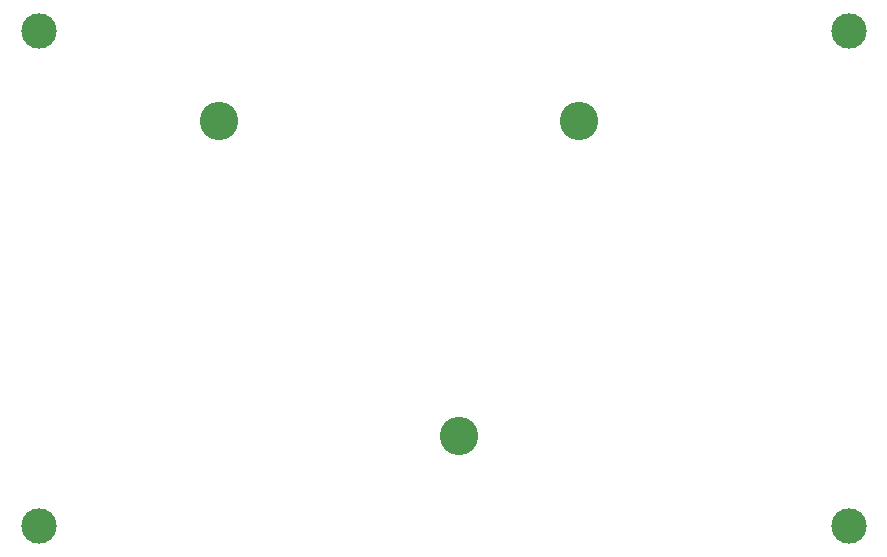
<source format=gbs>
G75*
G70*
%OFA0B0*%
%FSLAX24Y24*%
%IPPOS*%
%LPD*%
%AMOC8*
5,1,8,0,0,1.08239X$1,22.5*
%
%ADD10C,0.1180*%
%ADD11C,0.1280*%
D10*
X007500Y001650D03*
X034500Y001650D03*
X034500Y018150D03*
X007500Y018150D03*
D11*
X013500Y015150D03*
X025500Y015150D03*
X021500Y004650D03*
M02*

</source>
